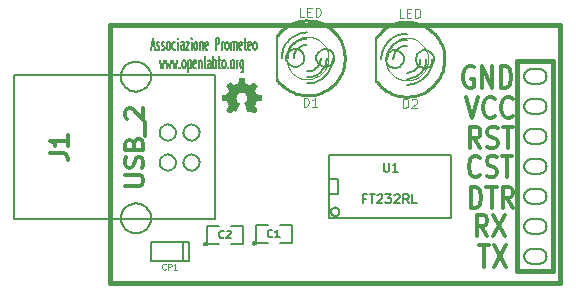
<source format=gto>
G04 (created by PCBNEW-RS274X (2012-jan-04)-stable) date Fri 25 Jan 2013 16:17:33 CET*
G01*
G70*
G90*
%MOIN*%
G04 Gerber Fmt 3.4, Leading zero omitted, Abs format*
%FSLAX34Y34*%
G04 APERTURE LIST*
%ADD10C,0.006000*%
%ADD11C,0.012000*%
%ADD12C,0.005200*%
%ADD13C,0.015000*%
%ADD14C,0.005000*%
%ADD15C,0.008000*%
%ADD16C,0.003000*%
%ADD17C,0.010000*%
%ADD18C,0.000100*%
%ADD19C,0.003500*%
%ADD20C,0.004700*%
G04 APERTURE END LIST*
G54D10*
G54D11*
X65643Y-44797D02*
X65986Y-44797D01*
X65815Y-45507D02*
X65815Y-44797D01*
X66129Y-44797D02*
X66529Y-45507D01*
X66529Y-44797D02*
X66129Y-45507D01*
X65921Y-44487D02*
X65721Y-44149D01*
X65578Y-44487D02*
X65578Y-43777D01*
X65806Y-43777D01*
X65864Y-43811D01*
X65892Y-43845D01*
X65921Y-43913D01*
X65921Y-44014D01*
X65892Y-44082D01*
X65864Y-44115D01*
X65806Y-44149D01*
X65578Y-44149D01*
X66121Y-43777D02*
X66521Y-44487D01*
X66521Y-43777D02*
X66121Y-44487D01*
X65375Y-43571D02*
X65375Y-42850D01*
X65518Y-42850D01*
X65603Y-42885D01*
X65661Y-42953D01*
X65689Y-43022D01*
X65718Y-43159D01*
X65718Y-43262D01*
X65689Y-43400D01*
X65661Y-43468D01*
X65603Y-43537D01*
X65518Y-43571D01*
X65375Y-43571D01*
X65889Y-42850D02*
X66232Y-42850D01*
X66061Y-43571D02*
X66061Y-42850D01*
X66775Y-43571D02*
X66575Y-43228D01*
X66432Y-43571D02*
X66432Y-42850D01*
X66660Y-42850D01*
X66718Y-42885D01*
X66746Y-42919D01*
X66775Y-42988D01*
X66775Y-43091D01*
X66746Y-43159D01*
X66718Y-43194D01*
X66660Y-43228D01*
X66432Y-43228D01*
X65672Y-42460D02*
X65643Y-42494D01*
X65557Y-42527D01*
X65500Y-42527D01*
X65415Y-42494D01*
X65357Y-42426D01*
X65329Y-42358D01*
X65300Y-42223D01*
X65300Y-42122D01*
X65329Y-41986D01*
X65357Y-41919D01*
X65415Y-41851D01*
X65500Y-41817D01*
X65557Y-41817D01*
X65643Y-41851D01*
X65672Y-41885D01*
X65900Y-42494D02*
X65986Y-42527D01*
X66129Y-42527D01*
X66186Y-42494D01*
X66215Y-42460D01*
X66243Y-42392D01*
X66243Y-42325D01*
X66215Y-42257D01*
X66186Y-42223D01*
X66129Y-42189D01*
X66015Y-42155D01*
X65957Y-42122D01*
X65929Y-42088D01*
X65900Y-42020D01*
X65900Y-41953D01*
X65929Y-41885D01*
X65957Y-41851D01*
X66015Y-41817D01*
X66157Y-41817D01*
X66243Y-41851D01*
X66414Y-41817D02*
X66757Y-41817D01*
X66586Y-42527D02*
X66586Y-41817D01*
X65692Y-41567D02*
X65492Y-41229D01*
X65349Y-41567D02*
X65349Y-40857D01*
X65577Y-40857D01*
X65635Y-40891D01*
X65663Y-40925D01*
X65692Y-40993D01*
X65692Y-41094D01*
X65663Y-41162D01*
X65635Y-41195D01*
X65577Y-41229D01*
X65349Y-41229D01*
X65920Y-41534D02*
X66006Y-41567D01*
X66149Y-41567D01*
X66206Y-41534D01*
X66235Y-41500D01*
X66263Y-41432D01*
X66263Y-41365D01*
X66235Y-41297D01*
X66206Y-41263D01*
X66149Y-41229D01*
X66035Y-41195D01*
X65977Y-41162D01*
X65949Y-41128D01*
X65920Y-41060D01*
X65920Y-40993D01*
X65949Y-40925D01*
X65977Y-40891D01*
X66035Y-40857D01*
X66177Y-40857D01*
X66263Y-40891D01*
X66434Y-40857D02*
X66777Y-40857D01*
X66606Y-41567D02*
X66606Y-40857D01*
X65220Y-39857D02*
X65420Y-40567D01*
X65620Y-39857D01*
X66163Y-40500D02*
X66134Y-40534D01*
X66048Y-40567D01*
X65991Y-40567D01*
X65906Y-40534D01*
X65848Y-40466D01*
X65820Y-40398D01*
X65791Y-40263D01*
X65791Y-40162D01*
X65820Y-40026D01*
X65848Y-39959D01*
X65906Y-39891D01*
X65991Y-39857D01*
X66048Y-39857D01*
X66134Y-39891D01*
X66163Y-39925D01*
X66763Y-40500D02*
X66734Y-40534D01*
X66648Y-40567D01*
X66591Y-40567D01*
X66506Y-40534D01*
X66448Y-40466D01*
X66420Y-40398D01*
X66391Y-40263D01*
X66391Y-40162D01*
X66420Y-40026D01*
X66448Y-39959D01*
X66506Y-39891D01*
X66591Y-39857D01*
X66648Y-39857D01*
X66734Y-39891D01*
X66763Y-39925D01*
X65463Y-38865D02*
X65406Y-38830D01*
X65320Y-38830D01*
X65235Y-38865D01*
X65177Y-38933D01*
X65149Y-39002D01*
X65120Y-39139D01*
X65120Y-39242D01*
X65149Y-39380D01*
X65177Y-39448D01*
X65235Y-39517D01*
X65320Y-39551D01*
X65377Y-39551D01*
X65463Y-39517D01*
X65492Y-39483D01*
X65492Y-39242D01*
X65377Y-39242D01*
X65749Y-39551D02*
X65749Y-38830D01*
X66092Y-39551D01*
X66092Y-38830D01*
X66378Y-39551D02*
X66378Y-38830D01*
X66521Y-38830D01*
X66606Y-38865D01*
X66664Y-38933D01*
X66692Y-39002D01*
X66721Y-39139D01*
X66721Y-39242D01*
X66692Y-39380D01*
X66664Y-39448D01*
X66606Y-39517D01*
X66521Y-39551D01*
X66378Y-39551D01*
G54D12*
X54728Y-38168D02*
X54826Y-38168D01*
X54709Y-38284D02*
X54777Y-37878D01*
X54846Y-38284D01*
X54905Y-38265D02*
X54925Y-38284D01*
X54964Y-38284D01*
X54984Y-38265D01*
X54994Y-38226D01*
X54994Y-38207D01*
X54984Y-38168D01*
X54964Y-38149D01*
X54935Y-38149D01*
X54915Y-38130D01*
X54905Y-38091D01*
X54905Y-38072D01*
X54915Y-38033D01*
X54935Y-38014D01*
X54964Y-38014D01*
X54984Y-38033D01*
X55072Y-38265D02*
X55092Y-38284D01*
X55131Y-38284D01*
X55151Y-38265D01*
X55161Y-38226D01*
X55161Y-38207D01*
X55151Y-38168D01*
X55131Y-38149D01*
X55102Y-38149D01*
X55082Y-38130D01*
X55072Y-38091D01*
X55072Y-38072D01*
X55082Y-38033D01*
X55102Y-38014D01*
X55131Y-38014D01*
X55151Y-38033D01*
X55278Y-38284D02*
X55259Y-38265D01*
X55249Y-38246D01*
X55239Y-38207D01*
X55239Y-38091D01*
X55249Y-38052D01*
X55259Y-38033D01*
X55278Y-38014D01*
X55308Y-38014D01*
X55328Y-38033D01*
X55337Y-38052D01*
X55347Y-38091D01*
X55347Y-38207D01*
X55337Y-38246D01*
X55328Y-38265D01*
X55308Y-38284D01*
X55278Y-38284D01*
X55523Y-38265D02*
X55504Y-38284D01*
X55464Y-38284D01*
X55445Y-38265D01*
X55435Y-38246D01*
X55425Y-38207D01*
X55425Y-38091D01*
X55435Y-38052D01*
X55445Y-38033D01*
X55464Y-38014D01*
X55504Y-38014D01*
X55523Y-38033D01*
X55612Y-38284D02*
X55612Y-38014D01*
X55612Y-37878D02*
X55602Y-37898D01*
X55612Y-37917D01*
X55622Y-37898D01*
X55612Y-37878D01*
X55612Y-37917D01*
X55798Y-38284D02*
X55798Y-38072D01*
X55789Y-38033D01*
X55769Y-38014D01*
X55730Y-38014D01*
X55710Y-38033D01*
X55798Y-38265D02*
X55779Y-38284D01*
X55730Y-38284D01*
X55710Y-38265D01*
X55700Y-38226D01*
X55700Y-38188D01*
X55710Y-38149D01*
X55730Y-38130D01*
X55779Y-38130D01*
X55798Y-38110D01*
X55876Y-38014D02*
X55984Y-38014D01*
X55876Y-38284D01*
X55984Y-38284D01*
X56063Y-38284D02*
X56063Y-38014D01*
X56063Y-37878D02*
X56053Y-37898D01*
X56063Y-37917D01*
X56073Y-37898D01*
X56063Y-37878D01*
X56063Y-37917D01*
X56190Y-38284D02*
X56171Y-38265D01*
X56161Y-38246D01*
X56151Y-38207D01*
X56151Y-38091D01*
X56161Y-38052D01*
X56171Y-38033D01*
X56190Y-38014D01*
X56220Y-38014D01*
X56240Y-38033D01*
X56249Y-38052D01*
X56259Y-38091D01*
X56259Y-38207D01*
X56249Y-38246D01*
X56240Y-38265D01*
X56220Y-38284D01*
X56190Y-38284D01*
X56347Y-38014D02*
X56347Y-38284D01*
X56347Y-38052D02*
X56357Y-38033D01*
X56376Y-38014D01*
X56406Y-38014D01*
X56426Y-38033D01*
X56435Y-38072D01*
X56435Y-38284D01*
X56612Y-38265D02*
X56592Y-38284D01*
X56553Y-38284D01*
X56533Y-38265D01*
X56523Y-38226D01*
X56523Y-38072D01*
X56533Y-38033D01*
X56553Y-38014D01*
X56592Y-38014D01*
X56612Y-38033D01*
X56621Y-38072D01*
X56621Y-38110D01*
X56523Y-38149D01*
X56867Y-38284D02*
X56867Y-37878D01*
X56946Y-37878D01*
X56965Y-37898D01*
X56975Y-37917D01*
X56985Y-37956D01*
X56985Y-38014D01*
X56975Y-38052D01*
X56965Y-38072D01*
X56946Y-38091D01*
X56867Y-38091D01*
X57073Y-38284D02*
X57073Y-38014D01*
X57073Y-38091D02*
X57083Y-38052D01*
X57093Y-38033D01*
X57112Y-38014D01*
X57132Y-38014D01*
X57230Y-38284D02*
X57211Y-38265D01*
X57201Y-38246D01*
X57191Y-38207D01*
X57191Y-38091D01*
X57201Y-38052D01*
X57211Y-38033D01*
X57230Y-38014D01*
X57260Y-38014D01*
X57280Y-38033D01*
X57289Y-38052D01*
X57299Y-38091D01*
X57299Y-38207D01*
X57289Y-38246D01*
X57280Y-38265D01*
X57260Y-38284D01*
X57230Y-38284D01*
X57387Y-38284D02*
X57387Y-38014D01*
X57387Y-38052D02*
X57397Y-38033D01*
X57416Y-38014D01*
X57446Y-38014D01*
X57466Y-38033D01*
X57475Y-38072D01*
X57475Y-38284D01*
X57475Y-38072D02*
X57485Y-38033D01*
X57505Y-38014D01*
X57534Y-38014D01*
X57554Y-38033D01*
X57564Y-38072D01*
X57564Y-38284D01*
X57741Y-38265D02*
X57721Y-38284D01*
X57682Y-38284D01*
X57662Y-38265D01*
X57652Y-38226D01*
X57652Y-38072D01*
X57662Y-38033D01*
X57682Y-38014D01*
X57721Y-38014D01*
X57741Y-38033D01*
X57750Y-38072D01*
X57750Y-38110D01*
X57652Y-38149D01*
X57810Y-38014D02*
X57888Y-38014D01*
X57839Y-37878D02*
X57839Y-38226D01*
X57849Y-38265D01*
X57868Y-38284D01*
X57888Y-38284D01*
X58036Y-38265D02*
X58016Y-38284D01*
X57977Y-38284D01*
X57957Y-38265D01*
X57947Y-38226D01*
X57947Y-38072D01*
X57957Y-38033D01*
X57977Y-38014D01*
X58016Y-38014D01*
X58036Y-38033D01*
X58045Y-38072D01*
X58045Y-38110D01*
X57947Y-38149D01*
X58163Y-38284D02*
X58144Y-38265D01*
X58134Y-38246D01*
X58124Y-38207D01*
X58124Y-38091D01*
X58134Y-38052D01*
X58144Y-38033D01*
X58163Y-38014D01*
X58193Y-38014D01*
X58213Y-38033D01*
X58222Y-38052D01*
X58232Y-38091D01*
X58232Y-38207D01*
X58222Y-38246D01*
X58213Y-38265D01*
X58193Y-38284D01*
X58163Y-38284D01*
X54999Y-38634D02*
X55039Y-38904D01*
X55078Y-38711D01*
X55117Y-38904D01*
X55156Y-38634D01*
X55215Y-38634D02*
X55255Y-38904D01*
X55294Y-38711D01*
X55333Y-38904D01*
X55372Y-38634D01*
X55431Y-38634D02*
X55471Y-38904D01*
X55510Y-38711D01*
X55549Y-38904D01*
X55588Y-38634D01*
X55667Y-38866D02*
X55677Y-38885D01*
X55667Y-38904D01*
X55657Y-38885D01*
X55667Y-38866D01*
X55667Y-38904D01*
X55794Y-38904D02*
X55775Y-38885D01*
X55765Y-38866D01*
X55755Y-38827D01*
X55755Y-38711D01*
X55765Y-38672D01*
X55775Y-38653D01*
X55794Y-38634D01*
X55824Y-38634D01*
X55844Y-38653D01*
X55853Y-38672D01*
X55863Y-38711D01*
X55863Y-38827D01*
X55853Y-38866D01*
X55844Y-38885D01*
X55824Y-38904D01*
X55794Y-38904D01*
X55951Y-38634D02*
X55951Y-39040D01*
X55951Y-38653D02*
X55971Y-38634D01*
X56010Y-38634D01*
X56030Y-38653D01*
X56039Y-38672D01*
X56049Y-38711D01*
X56049Y-38827D01*
X56039Y-38866D01*
X56030Y-38885D01*
X56010Y-38904D01*
X55971Y-38904D01*
X55951Y-38885D01*
X56216Y-38885D02*
X56196Y-38904D01*
X56157Y-38904D01*
X56137Y-38885D01*
X56127Y-38846D01*
X56127Y-38692D01*
X56137Y-38653D01*
X56157Y-38634D01*
X56196Y-38634D01*
X56216Y-38653D01*
X56225Y-38692D01*
X56225Y-38730D01*
X56127Y-38769D01*
X56314Y-38634D02*
X56314Y-38904D01*
X56314Y-38672D02*
X56324Y-38653D01*
X56343Y-38634D01*
X56373Y-38634D01*
X56393Y-38653D01*
X56402Y-38692D01*
X56402Y-38904D01*
X56529Y-38904D02*
X56510Y-38885D01*
X56500Y-38846D01*
X56500Y-38498D01*
X56696Y-38904D02*
X56696Y-38692D01*
X56687Y-38653D01*
X56667Y-38634D01*
X56628Y-38634D01*
X56608Y-38653D01*
X56696Y-38885D02*
X56677Y-38904D01*
X56628Y-38904D01*
X56608Y-38885D01*
X56598Y-38846D01*
X56598Y-38808D01*
X56608Y-38769D01*
X56628Y-38750D01*
X56677Y-38750D01*
X56696Y-38730D01*
X56794Y-38904D02*
X56794Y-38498D01*
X56794Y-38653D02*
X56814Y-38634D01*
X56853Y-38634D01*
X56873Y-38653D01*
X56882Y-38672D01*
X56892Y-38711D01*
X56892Y-38827D01*
X56882Y-38866D01*
X56873Y-38885D01*
X56853Y-38904D01*
X56814Y-38904D01*
X56794Y-38885D01*
X56951Y-38634D02*
X57029Y-38634D01*
X56980Y-38498D02*
X56980Y-38846D01*
X56990Y-38885D01*
X57009Y-38904D01*
X57029Y-38904D01*
X57127Y-38904D02*
X57108Y-38885D01*
X57098Y-38866D01*
X57088Y-38827D01*
X57088Y-38711D01*
X57098Y-38672D01*
X57108Y-38653D01*
X57127Y-38634D01*
X57157Y-38634D01*
X57177Y-38653D01*
X57186Y-38672D01*
X57196Y-38711D01*
X57196Y-38827D01*
X57186Y-38866D01*
X57177Y-38885D01*
X57157Y-38904D01*
X57127Y-38904D01*
X57284Y-38866D02*
X57294Y-38885D01*
X57284Y-38904D01*
X57274Y-38885D01*
X57284Y-38866D01*
X57284Y-38904D01*
X57411Y-38904D02*
X57392Y-38885D01*
X57382Y-38866D01*
X57372Y-38827D01*
X57372Y-38711D01*
X57382Y-38672D01*
X57392Y-38653D01*
X57411Y-38634D01*
X57441Y-38634D01*
X57461Y-38653D01*
X57470Y-38672D01*
X57480Y-38711D01*
X57480Y-38827D01*
X57470Y-38866D01*
X57461Y-38885D01*
X57441Y-38904D01*
X57411Y-38904D01*
X57568Y-38904D02*
X57568Y-38634D01*
X57568Y-38711D02*
X57578Y-38672D01*
X57588Y-38653D01*
X57607Y-38634D01*
X57627Y-38634D01*
X57784Y-38634D02*
X57784Y-38962D01*
X57775Y-39001D01*
X57765Y-39020D01*
X57745Y-39040D01*
X57716Y-39040D01*
X57696Y-39020D01*
X57784Y-38885D02*
X57765Y-38904D01*
X57725Y-38904D01*
X57706Y-38885D01*
X57696Y-38866D01*
X57686Y-38827D01*
X57686Y-38711D01*
X57696Y-38672D01*
X57706Y-38653D01*
X57725Y-38634D01*
X57765Y-38634D01*
X57784Y-38653D01*
G54D13*
X53350Y-37475D02*
X53375Y-37475D01*
X53350Y-46050D02*
X53350Y-37475D01*
X68350Y-46050D02*
X53350Y-46050D01*
X68350Y-37450D02*
X68350Y-46050D01*
X53350Y-37450D02*
X68350Y-37450D01*
G54D14*
X50160Y-39140D02*
X50160Y-43940D01*
X50160Y-43940D02*
X56860Y-43940D01*
X56860Y-43940D02*
X56860Y-39140D01*
X56860Y-39140D02*
X50160Y-39140D01*
X60993Y-43679D02*
X60990Y-43706D01*
X60982Y-43732D01*
X60969Y-43757D01*
X60952Y-43778D01*
X60930Y-43795D01*
X60906Y-43808D01*
X60880Y-43817D01*
X60852Y-43819D01*
X60826Y-43817D01*
X60800Y-43809D01*
X60775Y-43796D01*
X60754Y-43779D01*
X60736Y-43758D01*
X60723Y-43734D01*
X60715Y-43708D01*
X60712Y-43680D01*
X60714Y-43654D01*
X60721Y-43628D01*
X60734Y-43603D01*
X60751Y-43582D01*
X60772Y-43564D01*
X60796Y-43550D01*
X60822Y-43542D01*
X60850Y-43539D01*
X60876Y-43541D01*
X60902Y-43548D01*
X60927Y-43560D01*
X60949Y-43577D01*
X60967Y-43598D01*
X60980Y-43622D01*
X60989Y-43648D01*
X60992Y-43676D01*
X60993Y-43679D01*
X60652Y-42579D02*
X60952Y-42579D01*
X60952Y-42579D02*
X60952Y-43079D01*
X60952Y-43079D02*
X60652Y-43079D01*
X64702Y-43879D02*
X60652Y-43879D01*
X60652Y-41779D02*
X64702Y-41779D01*
X60652Y-41779D02*
X60652Y-43879D01*
X64702Y-41779D02*
X64702Y-43879D01*
X58200Y-44725D02*
X58199Y-44734D01*
X58196Y-44744D01*
X58191Y-44752D01*
X58185Y-44760D01*
X58177Y-44766D01*
X58169Y-44771D01*
X58160Y-44773D01*
X58150Y-44774D01*
X58141Y-44774D01*
X58132Y-44771D01*
X58123Y-44766D01*
X58116Y-44760D01*
X58109Y-44753D01*
X58105Y-44744D01*
X58102Y-44735D01*
X58101Y-44725D01*
X58101Y-44716D01*
X58104Y-44707D01*
X58108Y-44698D01*
X58115Y-44691D01*
X58122Y-44684D01*
X58130Y-44680D01*
X58140Y-44677D01*
X58149Y-44676D01*
X58158Y-44676D01*
X58168Y-44679D01*
X58176Y-44683D01*
X58184Y-44689D01*
X58190Y-44697D01*
X58195Y-44705D01*
X58198Y-44714D01*
X58199Y-44724D01*
X58200Y-44725D01*
X58600Y-44725D02*
X58200Y-44725D01*
X58200Y-44725D02*
X58200Y-44125D01*
X58200Y-44125D02*
X58600Y-44125D01*
X59000Y-44125D02*
X59400Y-44125D01*
X59400Y-44125D02*
X59400Y-44725D01*
X59400Y-44725D02*
X59000Y-44725D01*
X56574Y-44757D02*
X56573Y-44766D01*
X56570Y-44776D01*
X56565Y-44784D01*
X56559Y-44792D01*
X56551Y-44798D01*
X56543Y-44803D01*
X56534Y-44805D01*
X56524Y-44806D01*
X56515Y-44806D01*
X56506Y-44803D01*
X56497Y-44798D01*
X56490Y-44792D01*
X56483Y-44785D01*
X56479Y-44776D01*
X56476Y-44767D01*
X56475Y-44757D01*
X56475Y-44748D01*
X56478Y-44739D01*
X56482Y-44730D01*
X56489Y-44723D01*
X56496Y-44716D01*
X56504Y-44712D01*
X56514Y-44709D01*
X56523Y-44708D01*
X56532Y-44708D01*
X56542Y-44711D01*
X56550Y-44715D01*
X56558Y-44721D01*
X56564Y-44729D01*
X56569Y-44737D01*
X56572Y-44746D01*
X56573Y-44756D01*
X56574Y-44757D01*
X56974Y-44757D02*
X56574Y-44757D01*
X56574Y-44757D02*
X56574Y-44157D01*
X56574Y-44157D02*
X56974Y-44157D01*
X57374Y-44157D02*
X57774Y-44157D01*
X57774Y-44157D02*
X57774Y-44757D01*
X57774Y-44757D02*
X57374Y-44757D01*
G54D15*
X58900Y-37805D02*
X58900Y-39305D01*
G54D16*
X60627Y-38555D02*
X60613Y-38692D01*
X60573Y-38824D01*
X60508Y-38946D01*
X60421Y-39053D01*
X60315Y-39141D01*
X60193Y-39206D01*
X60062Y-39247D01*
X59924Y-39261D01*
X59788Y-39249D01*
X59656Y-39210D01*
X59533Y-39146D01*
X59426Y-39060D01*
X59337Y-38954D01*
X59271Y-38833D01*
X59229Y-38701D01*
X59214Y-38564D01*
X59225Y-38428D01*
X59263Y-38295D01*
X59326Y-38173D01*
X59412Y-38064D01*
X59517Y-37975D01*
X59637Y-37908D01*
X59769Y-37865D01*
X59906Y-37849D01*
X60042Y-37859D01*
X60175Y-37896D01*
X60298Y-37959D01*
X60407Y-38044D01*
X60497Y-38148D01*
X60565Y-38268D01*
X60609Y-38399D01*
X60626Y-38536D01*
X60627Y-38555D01*
G54D17*
X58921Y-39305D02*
X58990Y-39389D01*
X59066Y-39467D01*
X59149Y-39538D01*
X59238Y-39602D01*
X59332Y-39657D01*
X59430Y-39704D01*
X59532Y-39743D01*
X59637Y-39772D01*
X59744Y-39792D01*
X59853Y-39803D01*
X59961Y-39804D01*
X60070Y-39795D01*
X60177Y-39778D01*
X60283Y-39751D01*
X60386Y-39714D01*
X60485Y-39669D01*
X60580Y-39616D01*
X60670Y-39554D01*
X60754Y-39485D01*
X60832Y-39409D01*
X60903Y-39326D01*
X60967Y-39237D01*
X61022Y-39143D01*
X61069Y-39045D01*
X61108Y-38943D01*
X61137Y-38838D01*
X61157Y-38731D01*
X61168Y-38622D01*
X61169Y-38514D01*
X61160Y-38405D01*
X61143Y-38298D01*
X61116Y-38192D01*
X61079Y-38089D01*
X61034Y-37990D01*
X60981Y-37895D01*
X60919Y-37805D01*
X60850Y-37721D01*
X60774Y-37643D01*
X60691Y-37572D01*
X60602Y-37508D01*
X60508Y-37453D01*
X60410Y-37406D01*
X60308Y-37367D01*
X60203Y-37338D01*
X60096Y-37318D01*
X59987Y-37307D01*
X59879Y-37306D01*
X59770Y-37315D01*
X59663Y-37332D01*
X59557Y-37359D01*
X59454Y-37396D01*
X59355Y-37441D01*
X59260Y-37494D01*
X59170Y-37556D01*
X59086Y-37625D01*
X59008Y-37701D01*
X58937Y-37784D01*
X58921Y-37805D01*
G54D10*
X59920Y-39005D02*
X59959Y-39003D01*
X59998Y-38998D01*
X60036Y-38989D01*
X60073Y-38977D01*
X60110Y-38962D01*
X60145Y-38944D01*
X60178Y-38923D01*
X60209Y-38899D01*
X60238Y-38873D01*
X60264Y-38844D01*
X60288Y-38813D01*
X60309Y-38779D01*
X60327Y-38745D01*
X60342Y-38708D01*
X60354Y-38671D01*
X60363Y-38633D01*
X60368Y-38594D01*
X60370Y-38555D01*
X59920Y-38105D02*
X59881Y-38107D01*
X59842Y-38112D01*
X59804Y-38121D01*
X59767Y-38133D01*
X59730Y-38148D01*
X59696Y-38166D01*
X59662Y-38187D01*
X59631Y-38211D01*
X59602Y-38237D01*
X59576Y-38266D01*
X59552Y-38297D01*
X59531Y-38331D01*
X59513Y-38365D01*
X59498Y-38402D01*
X59486Y-38439D01*
X59477Y-38477D01*
X59472Y-38516D01*
X59470Y-38555D01*
X59920Y-39205D02*
X59976Y-39202D01*
X60032Y-39195D01*
X60088Y-39182D01*
X60142Y-39165D01*
X60194Y-39144D01*
X60245Y-39117D01*
X60292Y-39087D01*
X60337Y-39052D01*
X60379Y-39014D01*
X60417Y-38972D01*
X60452Y-38927D01*
X60482Y-38879D01*
X60509Y-38829D01*
X60530Y-38777D01*
X60547Y-38723D01*
X60560Y-38667D01*
X60567Y-38611D01*
X60570Y-38555D01*
X59920Y-37905D02*
X59864Y-37908D01*
X59808Y-37915D01*
X59752Y-37928D01*
X59698Y-37945D01*
X59646Y-37966D01*
X59596Y-37993D01*
X59548Y-38023D01*
X59503Y-38058D01*
X59461Y-38096D01*
X59423Y-38138D01*
X59388Y-38183D01*
X59358Y-38231D01*
X59331Y-38281D01*
X59310Y-38333D01*
X59293Y-38387D01*
X59280Y-38443D01*
X59273Y-38499D01*
X59270Y-38555D01*
X59920Y-39405D02*
X59994Y-39401D01*
X60067Y-39392D01*
X60139Y-39376D01*
X60210Y-39353D01*
X60279Y-39325D01*
X60345Y-39291D01*
X60407Y-39251D01*
X60466Y-39206D01*
X60521Y-39156D01*
X60571Y-39101D01*
X60616Y-39042D01*
X60656Y-38979D01*
X60690Y-38914D01*
X60718Y-38845D01*
X60741Y-38774D01*
X60757Y-38702D01*
X60766Y-38629D01*
X60770Y-38555D01*
X59920Y-37705D02*
X59846Y-37709D01*
X59773Y-37718D01*
X59701Y-37734D01*
X59630Y-37757D01*
X59561Y-37785D01*
X59496Y-37819D01*
X59433Y-37859D01*
X59374Y-37904D01*
X59319Y-37954D01*
X59269Y-38009D01*
X59224Y-38068D01*
X59184Y-38131D01*
X59150Y-38196D01*
X59122Y-38265D01*
X59099Y-38336D01*
X59083Y-38408D01*
X59074Y-38481D01*
X59070Y-38555D01*
G54D15*
X62220Y-37845D02*
X62220Y-39345D01*
G54D16*
X63947Y-38595D02*
X63933Y-38732D01*
X63893Y-38864D01*
X63828Y-38986D01*
X63741Y-39093D01*
X63635Y-39181D01*
X63513Y-39246D01*
X63382Y-39287D01*
X63244Y-39301D01*
X63108Y-39289D01*
X62976Y-39250D01*
X62853Y-39186D01*
X62746Y-39100D01*
X62657Y-38994D01*
X62591Y-38873D01*
X62549Y-38741D01*
X62534Y-38604D01*
X62545Y-38468D01*
X62583Y-38335D01*
X62646Y-38213D01*
X62732Y-38104D01*
X62837Y-38015D01*
X62957Y-37948D01*
X63089Y-37905D01*
X63226Y-37889D01*
X63362Y-37899D01*
X63495Y-37936D01*
X63618Y-37999D01*
X63727Y-38084D01*
X63817Y-38188D01*
X63885Y-38308D01*
X63929Y-38439D01*
X63946Y-38576D01*
X63947Y-38595D01*
G54D17*
X62241Y-39345D02*
X62310Y-39429D01*
X62386Y-39507D01*
X62469Y-39578D01*
X62558Y-39642D01*
X62652Y-39697D01*
X62750Y-39744D01*
X62852Y-39783D01*
X62957Y-39812D01*
X63064Y-39832D01*
X63173Y-39843D01*
X63281Y-39844D01*
X63390Y-39835D01*
X63497Y-39818D01*
X63603Y-39791D01*
X63706Y-39754D01*
X63805Y-39709D01*
X63900Y-39656D01*
X63990Y-39594D01*
X64074Y-39525D01*
X64152Y-39449D01*
X64223Y-39366D01*
X64287Y-39277D01*
X64342Y-39183D01*
X64389Y-39085D01*
X64428Y-38983D01*
X64457Y-38878D01*
X64477Y-38771D01*
X64488Y-38662D01*
X64489Y-38554D01*
X64480Y-38445D01*
X64463Y-38338D01*
X64436Y-38232D01*
X64399Y-38129D01*
X64354Y-38030D01*
X64301Y-37935D01*
X64239Y-37845D01*
X64170Y-37761D01*
X64094Y-37683D01*
X64011Y-37612D01*
X63922Y-37548D01*
X63828Y-37493D01*
X63730Y-37446D01*
X63628Y-37407D01*
X63523Y-37378D01*
X63416Y-37358D01*
X63307Y-37347D01*
X63199Y-37346D01*
X63090Y-37355D01*
X62983Y-37372D01*
X62877Y-37399D01*
X62774Y-37436D01*
X62675Y-37481D01*
X62580Y-37534D01*
X62490Y-37596D01*
X62406Y-37665D01*
X62328Y-37741D01*
X62257Y-37824D01*
X62241Y-37845D01*
G54D10*
X63240Y-39045D02*
X63279Y-39043D01*
X63318Y-39038D01*
X63356Y-39029D01*
X63393Y-39017D01*
X63430Y-39002D01*
X63465Y-38984D01*
X63498Y-38963D01*
X63529Y-38939D01*
X63558Y-38913D01*
X63584Y-38884D01*
X63608Y-38853D01*
X63629Y-38819D01*
X63647Y-38785D01*
X63662Y-38748D01*
X63674Y-38711D01*
X63683Y-38673D01*
X63688Y-38634D01*
X63690Y-38595D01*
X63240Y-38145D02*
X63201Y-38147D01*
X63162Y-38152D01*
X63124Y-38161D01*
X63087Y-38173D01*
X63050Y-38188D01*
X63016Y-38206D01*
X62982Y-38227D01*
X62951Y-38251D01*
X62922Y-38277D01*
X62896Y-38306D01*
X62872Y-38337D01*
X62851Y-38371D01*
X62833Y-38405D01*
X62818Y-38442D01*
X62806Y-38479D01*
X62797Y-38517D01*
X62792Y-38556D01*
X62790Y-38595D01*
X63240Y-39245D02*
X63296Y-39242D01*
X63352Y-39235D01*
X63408Y-39222D01*
X63462Y-39205D01*
X63514Y-39184D01*
X63565Y-39157D01*
X63612Y-39127D01*
X63657Y-39092D01*
X63699Y-39054D01*
X63737Y-39012D01*
X63772Y-38967D01*
X63802Y-38919D01*
X63829Y-38869D01*
X63850Y-38817D01*
X63867Y-38763D01*
X63880Y-38707D01*
X63887Y-38651D01*
X63890Y-38595D01*
X63240Y-37945D02*
X63184Y-37948D01*
X63128Y-37955D01*
X63072Y-37968D01*
X63018Y-37985D01*
X62966Y-38006D01*
X62916Y-38033D01*
X62868Y-38063D01*
X62823Y-38098D01*
X62781Y-38136D01*
X62743Y-38178D01*
X62708Y-38223D01*
X62678Y-38271D01*
X62651Y-38321D01*
X62630Y-38373D01*
X62613Y-38427D01*
X62600Y-38483D01*
X62593Y-38539D01*
X62590Y-38595D01*
X63240Y-39445D02*
X63314Y-39441D01*
X63387Y-39432D01*
X63459Y-39416D01*
X63530Y-39393D01*
X63599Y-39365D01*
X63665Y-39331D01*
X63727Y-39291D01*
X63786Y-39246D01*
X63841Y-39196D01*
X63891Y-39141D01*
X63936Y-39082D01*
X63976Y-39019D01*
X64010Y-38954D01*
X64038Y-38885D01*
X64061Y-38814D01*
X64077Y-38742D01*
X64086Y-38669D01*
X64090Y-38595D01*
X63240Y-37745D02*
X63166Y-37749D01*
X63093Y-37758D01*
X63021Y-37774D01*
X62950Y-37797D01*
X62881Y-37825D01*
X62816Y-37859D01*
X62753Y-37899D01*
X62694Y-37944D01*
X62639Y-37994D01*
X62589Y-38049D01*
X62544Y-38108D01*
X62504Y-38171D01*
X62470Y-38236D01*
X62442Y-38305D01*
X62419Y-38376D01*
X62403Y-38448D01*
X62394Y-38521D01*
X62390Y-38595D01*
G54D13*
X68125Y-42165D02*
X68125Y-45665D01*
X68125Y-45665D02*
X66925Y-45665D01*
X66925Y-45665D02*
X66925Y-38665D01*
X66925Y-38665D02*
X68125Y-38665D01*
X68125Y-38665D02*
X68125Y-42165D01*
G54D14*
X55776Y-44700D02*
X55776Y-45340D01*
X55970Y-45340D02*
X55970Y-44700D01*
X55970Y-44700D02*
X54710Y-44700D01*
X54710Y-44700D02*
X54710Y-45340D01*
X54710Y-45340D02*
X55970Y-45340D01*
G54D18*
G36*
X57342Y-40410D02*
X57349Y-40406D01*
X57364Y-40397D01*
X57386Y-40382D01*
X57412Y-40365D01*
X57438Y-40347D01*
X57460Y-40333D01*
X57475Y-40323D01*
X57481Y-40320D01*
X57484Y-40321D01*
X57497Y-40327D01*
X57514Y-40336D01*
X57525Y-40342D01*
X57541Y-40349D01*
X57550Y-40350D01*
X57551Y-40348D01*
X57557Y-40336D01*
X57566Y-40314D01*
X57579Y-40286D01*
X57593Y-40252D01*
X57608Y-40216D01*
X57624Y-40180D01*
X57638Y-40145D01*
X57651Y-40113D01*
X57661Y-40087D01*
X57668Y-40070D01*
X57671Y-40062D01*
X57670Y-40060D01*
X57662Y-40052D01*
X57647Y-40042D01*
X57616Y-40016D01*
X57585Y-39978D01*
X57567Y-39935D01*
X57560Y-39886D01*
X57566Y-39841D01*
X57583Y-39799D01*
X57613Y-39760D01*
X57650Y-39731D01*
X57692Y-39713D01*
X57740Y-39707D01*
X57785Y-39712D01*
X57829Y-39730D01*
X57868Y-39759D01*
X57885Y-39778D01*
X57907Y-39817D01*
X57920Y-39859D01*
X57921Y-39870D01*
X57919Y-39916D01*
X57906Y-39960D01*
X57881Y-39999D01*
X57848Y-40032D01*
X57843Y-40035D01*
X57828Y-40047D01*
X57817Y-40055D01*
X57809Y-40061D01*
X57868Y-40203D01*
X57877Y-40225D01*
X57893Y-40264D01*
X57907Y-40297D01*
X57919Y-40324D01*
X57927Y-40342D01*
X57930Y-40349D01*
X57930Y-40349D01*
X57936Y-40350D01*
X57946Y-40346D01*
X57966Y-40337D01*
X57979Y-40330D01*
X57994Y-40323D01*
X58001Y-40320D01*
X58007Y-40323D01*
X58021Y-40332D01*
X58042Y-40346D01*
X58068Y-40364D01*
X58092Y-40380D01*
X58114Y-40395D01*
X58130Y-40405D01*
X58138Y-40409D01*
X58139Y-40409D01*
X58146Y-40405D01*
X58159Y-40395D01*
X58178Y-40377D01*
X58205Y-40350D01*
X58209Y-40345D01*
X58232Y-40323D01*
X58250Y-40304D01*
X58262Y-40290D01*
X58267Y-40284D01*
X58267Y-40284D01*
X58263Y-40276D01*
X58252Y-40260D01*
X58238Y-40237D01*
X58220Y-40211D01*
X58173Y-40143D01*
X58199Y-40079D01*
X58207Y-40059D01*
X58217Y-40035D01*
X58224Y-40018D01*
X58228Y-40011D01*
X58235Y-40008D01*
X58252Y-40004D01*
X58278Y-39999D01*
X58308Y-39993D01*
X58337Y-39988D01*
X58363Y-39983D01*
X58382Y-39979D01*
X58391Y-39978D01*
X58393Y-39976D01*
X58395Y-39972D01*
X58396Y-39963D01*
X58396Y-39947D01*
X58397Y-39922D01*
X58397Y-39886D01*
X58397Y-39882D01*
X58396Y-39848D01*
X58396Y-39820D01*
X58395Y-39803D01*
X58394Y-39796D01*
X58394Y-39796D01*
X58385Y-39794D01*
X58367Y-39790D01*
X58341Y-39785D01*
X58310Y-39779D01*
X58308Y-39778D01*
X58277Y-39772D01*
X58250Y-39767D01*
X58232Y-39763D01*
X58225Y-39760D01*
X58223Y-39758D01*
X58217Y-39746D01*
X58208Y-39727D01*
X58197Y-39703D01*
X58187Y-39679D01*
X58179Y-39657D01*
X58173Y-39640D01*
X58171Y-39633D01*
X58171Y-39633D01*
X58176Y-39625D01*
X58186Y-39609D01*
X58201Y-39587D01*
X58220Y-39560D01*
X58221Y-39558D01*
X58239Y-39532D01*
X58253Y-39510D01*
X58263Y-39494D01*
X58267Y-39487D01*
X58266Y-39486D01*
X58261Y-39479D01*
X58247Y-39464D01*
X58228Y-39444D01*
X58205Y-39420D01*
X58198Y-39413D01*
X58172Y-39388D01*
X58154Y-39372D01*
X58143Y-39363D01*
X58138Y-39361D01*
X58138Y-39361D01*
X58130Y-39366D01*
X58113Y-39377D01*
X58091Y-39392D01*
X58064Y-39410D01*
X58062Y-39412D01*
X58036Y-39430D01*
X58014Y-39444D01*
X57999Y-39455D01*
X57992Y-39459D01*
X57991Y-39459D01*
X57980Y-39456D01*
X57961Y-39449D01*
X57938Y-39440D01*
X57914Y-39430D01*
X57892Y-39421D01*
X57875Y-39414D01*
X57868Y-39409D01*
X57867Y-39409D01*
X57865Y-39399D01*
X57860Y-39380D01*
X57854Y-39353D01*
X57848Y-39320D01*
X57847Y-39315D01*
X57841Y-39284D01*
X57836Y-39258D01*
X57833Y-39240D01*
X57831Y-39233D01*
X57826Y-39232D01*
X57811Y-39231D01*
X57788Y-39230D01*
X57760Y-39230D01*
X57730Y-39230D01*
X57701Y-39231D01*
X57677Y-39231D01*
X57659Y-39233D01*
X57651Y-39234D01*
X57651Y-39235D01*
X57648Y-39244D01*
X57644Y-39264D01*
X57639Y-39291D01*
X57632Y-39323D01*
X57631Y-39329D01*
X57625Y-39360D01*
X57620Y-39386D01*
X57616Y-39404D01*
X57614Y-39411D01*
X57612Y-39412D01*
X57599Y-39418D01*
X57578Y-39426D01*
X57552Y-39437D01*
X57492Y-39461D01*
X57418Y-39411D01*
X57411Y-39406D01*
X57385Y-39388D01*
X57363Y-39373D01*
X57348Y-39364D01*
X57341Y-39360D01*
X57341Y-39360D01*
X57333Y-39367D01*
X57319Y-39380D01*
X57299Y-39400D01*
X57276Y-39423D01*
X57258Y-39440D01*
X57238Y-39461D01*
X57225Y-39475D01*
X57218Y-39484D01*
X57216Y-39489D01*
X57216Y-39493D01*
X57221Y-39500D01*
X57232Y-39517D01*
X57247Y-39539D01*
X57265Y-39565D01*
X57280Y-39587D01*
X57296Y-39612D01*
X57306Y-39629D01*
X57310Y-39638D01*
X57309Y-39642D01*
X57304Y-39656D01*
X57295Y-39678D01*
X57284Y-39704D01*
X57258Y-39762D01*
X57220Y-39770D01*
X57197Y-39774D01*
X57164Y-39780D01*
X57133Y-39786D01*
X57085Y-39796D01*
X57083Y-39973D01*
X57091Y-39976D01*
X57098Y-39978D01*
X57116Y-39982D01*
X57141Y-39987D01*
X57172Y-39993D01*
X57197Y-39998D01*
X57223Y-40003D01*
X57242Y-40006D01*
X57250Y-40008D01*
X57252Y-40011D01*
X57259Y-40023D01*
X57268Y-40043D01*
X57278Y-40067D01*
X57289Y-40092D01*
X57298Y-40115D01*
X57304Y-40133D01*
X57307Y-40142D01*
X57303Y-40149D01*
X57293Y-40164D01*
X57279Y-40186D01*
X57261Y-40212D01*
X57244Y-40237D01*
X57229Y-40260D01*
X57219Y-40275D01*
X57214Y-40283D01*
X57216Y-40288D01*
X57227Y-40300D01*
X57246Y-40320D01*
X57275Y-40349D01*
X57280Y-40353D01*
X57303Y-40376D01*
X57322Y-40394D01*
X57336Y-40406D01*
X57342Y-40410D01*
X57342Y-40410D01*
G37*
G54D10*
X56330Y-42040D02*
X56324Y-42092D01*
X56309Y-42142D01*
X56284Y-42189D01*
X56251Y-42230D01*
X56210Y-42263D01*
X56164Y-42288D01*
X56114Y-42304D01*
X56061Y-42309D01*
X56010Y-42305D01*
X55959Y-42290D01*
X55913Y-42265D01*
X55872Y-42232D01*
X55838Y-42192D01*
X55812Y-42146D01*
X55796Y-42096D01*
X55791Y-42043D01*
X55795Y-41992D01*
X55809Y-41941D01*
X55834Y-41894D01*
X55866Y-41853D01*
X55906Y-41819D01*
X55952Y-41793D01*
X56003Y-41777D01*
X56055Y-41771D01*
X56106Y-41775D01*
X56157Y-41789D01*
X56204Y-41813D01*
X56246Y-41845D01*
X56280Y-41885D01*
X56306Y-41931D01*
X56323Y-41981D01*
X56329Y-42033D01*
X56330Y-42040D01*
X56330Y-41040D02*
X56324Y-41092D01*
X56309Y-41142D01*
X56284Y-41189D01*
X56251Y-41230D01*
X56210Y-41263D01*
X56164Y-41288D01*
X56114Y-41304D01*
X56061Y-41309D01*
X56010Y-41305D01*
X55959Y-41290D01*
X55913Y-41265D01*
X55872Y-41232D01*
X55838Y-41192D01*
X55812Y-41146D01*
X55796Y-41096D01*
X55791Y-41043D01*
X55795Y-40992D01*
X55809Y-40941D01*
X55834Y-40894D01*
X55866Y-40853D01*
X55906Y-40819D01*
X55952Y-40793D01*
X56003Y-40777D01*
X56055Y-40771D01*
X56106Y-40775D01*
X56157Y-40789D01*
X56204Y-40813D01*
X56246Y-40845D01*
X56280Y-40885D01*
X56306Y-40931D01*
X56323Y-40981D01*
X56329Y-41033D01*
X56330Y-41040D01*
X55543Y-41040D02*
X55537Y-41092D01*
X55522Y-41142D01*
X55497Y-41189D01*
X55464Y-41230D01*
X55423Y-41263D01*
X55377Y-41288D01*
X55327Y-41304D01*
X55274Y-41309D01*
X55223Y-41305D01*
X55172Y-41290D01*
X55126Y-41265D01*
X55085Y-41232D01*
X55051Y-41192D01*
X55025Y-41146D01*
X55009Y-41096D01*
X55004Y-41043D01*
X55008Y-40992D01*
X55022Y-40941D01*
X55047Y-40894D01*
X55079Y-40853D01*
X55119Y-40819D01*
X55165Y-40793D01*
X55216Y-40777D01*
X55268Y-40771D01*
X55319Y-40775D01*
X55370Y-40789D01*
X55417Y-40813D01*
X55459Y-40845D01*
X55493Y-40885D01*
X55519Y-40931D01*
X55536Y-40981D01*
X55542Y-41033D01*
X55543Y-41040D01*
X55543Y-42040D02*
X55537Y-42092D01*
X55522Y-42142D01*
X55497Y-42189D01*
X55464Y-42230D01*
X55423Y-42263D01*
X55377Y-42288D01*
X55327Y-42304D01*
X55274Y-42309D01*
X55223Y-42305D01*
X55172Y-42290D01*
X55126Y-42265D01*
X55085Y-42232D01*
X55051Y-42192D01*
X55025Y-42146D01*
X55009Y-42096D01*
X55004Y-42043D01*
X55008Y-41992D01*
X55022Y-41941D01*
X55047Y-41894D01*
X55079Y-41853D01*
X55119Y-41819D01*
X55165Y-41793D01*
X55216Y-41777D01*
X55268Y-41771D01*
X55319Y-41775D01*
X55370Y-41789D01*
X55417Y-41813D01*
X55459Y-41845D01*
X55493Y-41885D01*
X55519Y-41931D01*
X55536Y-41981D01*
X55542Y-42033D01*
X55543Y-42040D01*
X54711Y-43902D02*
X54701Y-43999D01*
X54673Y-44092D01*
X54627Y-44179D01*
X54565Y-44255D01*
X54490Y-44317D01*
X54404Y-44363D01*
X54310Y-44392D01*
X54213Y-44402D01*
X54117Y-44394D01*
X54023Y-44366D01*
X53936Y-44321D01*
X53860Y-44259D01*
X53797Y-44185D01*
X53750Y-44099D01*
X53720Y-44006D01*
X53710Y-43908D01*
X53718Y-43812D01*
X53745Y-43718D01*
X53789Y-43631D01*
X53850Y-43554D01*
X53925Y-43491D01*
X54010Y-43443D01*
X54103Y-43413D01*
X54200Y-43402D01*
X54296Y-43409D01*
X54391Y-43435D01*
X54478Y-43479D01*
X54555Y-43540D01*
X54619Y-43614D01*
X54667Y-43699D01*
X54698Y-43792D01*
X54710Y-43889D01*
X54711Y-43902D01*
X54711Y-39178D02*
X54701Y-39275D01*
X54673Y-39368D01*
X54627Y-39455D01*
X54565Y-39531D01*
X54490Y-39593D01*
X54404Y-39639D01*
X54310Y-39668D01*
X54213Y-39678D01*
X54117Y-39670D01*
X54023Y-39642D01*
X53936Y-39597D01*
X53860Y-39535D01*
X53797Y-39461D01*
X53750Y-39375D01*
X53720Y-39282D01*
X53710Y-39184D01*
X53718Y-39088D01*
X53745Y-38994D01*
X53789Y-38907D01*
X53850Y-38830D01*
X53925Y-38767D01*
X54010Y-38719D01*
X54103Y-38689D01*
X54200Y-38678D01*
X54296Y-38685D01*
X54391Y-38711D01*
X54478Y-38755D01*
X54555Y-38816D01*
X54619Y-38890D01*
X54667Y-38975D01*
X54698Y-39068D01*
X54710Y-39165D01*
X54711Y-39178D01*
X60820Y-38555D02*
X60814Y-38613D01*
X60797Y-38669D01*
X60769Y-38721D01*
X60732Y-38766D01*
X60687Y-38803D01*
X60636Y-38831D01*
X60580Y-38848D01*
X60522Y-38854D01*
X60464Y-38849D01*
X60408Y-38833D01*
X60356Y-38806D01*
X60311Y-38769D01*
X60273Y-38724D01*
X60245Y-38673D01*
X60227Y-38617D01*
X60221Y-38559D01*
X60225Y-38501D01*
X60242Y-38445D01*
X60268Y-38393D01*
X60305Y-38347D01*
X60349Y-38309D01*
X60400Y-38281D01*
X60456Y-38262D01*
X60514Y-38256D01*
X60572Y-38260D01*
X60628Y-38276D01*
X60680Y-38302D01*
X60726Y-38338D01*
X60765Y-38383D01*
X60794Y-38433D01*
X60812Y-38489D01*
X60819Y-38547D01*
X60820Y-38555D01*
X59820Y-38555D02*
X59814Y-38613D01*
X59797Y-38669D01*
X59769Y-38721D01*
X59732Y-38766D01*
X59687Y-38803D01*
X59636Y-38831D01*
X59580Y-38848D01*
X59522Y-38854D01*
X59464Y-38849D01*
X59408Y-38833D01*
X59356Y-38806D01*
X59311Y-38769D01*
X59273Y-38724D01*
X59245Y-38673D01*
X59227Y-38617D01*
X59221Y-38559D01*
X59225Y-38501D01*
X59242Y-38445D01*
X59268Y-38393D01*
X59305Y-38347D01*
X59349Y-38309D01*
X59400Y-38281D01*
X59456Y-38262D01*
X59514Y-38256D01*
X59572Y-38260D01*
X59628Y-38276D01*
X59680Y-38302D01*
X59726Y-38338D01*
X59765Y-38383D01*
X59794Y-38433D01*
X59812Y-38489D01*
X59819Y-38547D01*
X59820Y-38555D01*
X64140Y-38595D02*
X64134Y-38653D01*
X64117Y-38709D01*
X64089Y-38761D01*
X64052Y-38806D01*
X64007Y-38843D01*
X63956Y-38871D01*
X63900Y-38888D01*
X63842Y-38894D01*
X63784Y-38889D01*
X63728Y-38873D01*
X63676Y-38846D01*
X63631Y-38809D01*
X63593Y-38764D01*
X63565Y-38713D01*
X63547Y-38657D01*
X63541Y-38599D01*
X63545Y-38541D01*
X63562Y-38485D01*
X63588Y-38433D01*
X63625Y-38387D01*
X63669Y-38349D01*
X63720Y-38321D01*
X63776Y-38302D01*
X63834Y-38296D01*
X63892Y-38300D01*
X63948Y-38316D01*
X64000Y-38342D01*
X64046Y-38378D01*
X64085Y-38423D01*
X64114Y-38473D01*
X64132Y-38529D01*
X64139Y-38587D01*
X64140Y-38595D01*
X63140Y-38595D02*
X63134Y-38653D01*
X63117Y-38709D01*
X63089Y-38761D01*
X63052Y-38806D01*
X63007Y-38843D01*
X62956Y-38871D01*
X62900Y-38888D01*
X62842Y-38894D01*
X62784Y-38889D01*
X62728Y-38873D01*
X62676Y-38846D01*
X62631Y-38809D01*
X62593Y-38764D01*
X62565Y-38713D01*
X62547Y-38657D01*
X62541Y-38599D01*
X62545Y-38541D01*
X62562Y-38485D01*
X62588Y-38433D01*
X62625Y-38387D01*
X62669Y-38349D01*
X62720Y-38321D01*
X62776Y-38302D01*
X62834Y-38296D01*
X62892Y-38300D01*
X62948Y-38316D01*
X63000Y-38342D01*
X63046Y-38378D01*
X63085Y-38423D01*
X63114Y-38473D01*
X63132Y-38529D01*
X63139Y-38587D01*
X63140Y-38595D01*
X67650Y-39920D02*
X67400Y-39920D01*
X67650Y-40410D02*
X67400Y-40410D01*
X67400Y-39920D02*
X67379Y-39921D01*
X67358Y-39924D01*
X67337Y-39929D01*
X67317Y-39935D01*
X67297Y-39943D01*
X67278Y-39953D01*
X67260Y-39965D01*
X67243Y-39978D01*
X67227Y-39992D01*
X67213Y-40008D01*
X67200Y-40025D01*
X67188Y-40043D01*
X67178Y-40062D01*
X67170Y-40082D01*
X67164Y-40102D01*
X67159Y-40123D01*
X67156Y-40144D01*
X67155Y-40165D01*
X67156Y-40186D01*
X67159Y-40207D01*
X67164Y-40228D01*
X67170Y-40248D01*
X67178Y-40268D01*
X67188Y-40287D01*
X67200Y-40305D01*
X67213Y-40322D01*
X67227Y-40338D01*
X67243Y-40352D01*
X67260Y-40365D01*
X67278Y-40377D01*
X67297Y-40387D01*
X67317Y-40395D01*
X67337Y-40401D01*
X67358Y-40406D01*
X67379Y-40409D01*
X67400Y-40410D01*
X67650Y-40410D02*
X67671Y-40409D01*
X67692Y-40406D01*
X67713Y-40401D01*
X67733Y-40395D01*
X67753Y-40387D01*
X67772Y-40377D01*
X67790Y-40365D01*
X67807Y-40352D01*
X67823Y-40338D01*
X67837Y-40322D01*
X67850Y-40305D01*
X67862Y-40287D01*
X67872Y-40268D01*
X67880Y-40248D01*
X67886Y-40228D01*
X67891Y-40207D01*
X67894Y-40186D01*
X67895Y-40165D01*
X67894Y-40144D01*
X67891Y-40123D01*
X67886Y-40102D01*
X67880Y-40082D01*
X67872Y-40062D01*
X67862Y-40043D01*
X67850Y-40025D01*
X67837Y-40008D01*
X67823Y-39992D01*
X67807Y-39978D01*
X67790Y-39965D01*
X67772Y-39953D01*
X67753Y-39943D01*
X67733Y-39935D01*
X67713Y-39929D01*
X67692Y-39924D01*
X67671Y-39921D01*
X67650Y-39920D01*
X67650Y-40920D02*
X67400Y-40920D01*
X67650Y-41410D02*
X67400Y-41410D01*
X67400Y-40920D02*
X67379Y-40921D01*
X67358Y-40924D01*
X67337Y-40929D01*
X67317Y-40935D01*
X67297Y-40943D01*
X67278Y-40953D01*
X67260Y-40965D01*
X67243Y-40978D01*
X67227Y-40992D01*
X67213Y-41008D01*
X67200Y-41025D01*
X67188Y-41043D01*
X67178Y-41062D01*
X67170Y-41082D01*
X67164Y-41102D01*
X67159Y-41123D01*
X67156Y-41144D01*
X67155Y-41165D01*
X67156Y-41186D01*
X67159Y-41207D01*
X67164Y-41228D01*
X67170Y-41248D01*
X67178Y-41268D01*
X67188Y-41287D01*
X67200Y-41305D01*
X67213Y-41322D01*
X67227Y-41338D01*
X67243Y-41352D01*
X67260Y-41365D01*
X67278Y-41377D01*
X67297Y-41387D01*
X67317Y-41395D01*
X67337Y-41401D01*
X67358Y-41406D01*
X67379Y-41409D01*
X67400Y-41410D01*
X67650Y-41410D02*
X67671Y-41409D01*
X67692Y-41406D01*
X67713Y-41401D01*
X67733Y-41395D01*
X67753Y-41387D01*
X67772Y-41377D01*
X67790Y-41365D01*
X67807Y-41352D01*
X67823Y-41338D01*
X67837Y-41322D01*
X67850Y-41305D01*
X67862Y-41287D01*
X67872Y-41268D01*
X67880Y-41248D01*
X67886Y-41228D01*
X67891Y-41207D01*
X67894Y-41186D01*
X67895Y-41165D01*
X67894Y-41144D01*
X67891Y-41123D01*
X67886Y-41102D01*
X67880Y-41082D01*
X67872Y-41062D01*
X67862Y-41043D01*
X67850Y-41025D01*
X67837Y-41008D01*
X67823Y-40992D01*
X67807Y-40978D01*
X67790Y-40965D01*
X67772Y-40953D01*
X67753Y-40943D01*
X67733Y-40935D01*
X67713Y-40929D01*
X67692Y-40924D01*
X67671Y-40921D01*
X67650Y-40920D01*
X67650Y-41920D02*
X67400Y-41920D01*
X67650Y-42410D02*
X67400Y-42410D01*
X67400Y-41920D02*
X67379Y-41921D01*
X67358Y-41924D01*
X67337Y-41929D01*
X67317Y-41935D01*
X67297Y-41943D01*
X67278Y-41953D01*
X67260Y-41965D01*
X67243Y-41978D01*
X67227Y-41992D01*
X67213Y-42008D01*
X67200Y-42025D01*
X67188Y-42043D01*
X67178Y-42062D01*
X67170Y-42082D01*
X67164Y-42102D01*
X67159Y-42123D01*
X67156Y-42144D01*
X67155Y-42165D01*
X67156Y-42186D01*
X67159Y-42207D01*
X67164Y-42228D01*
X67170Y-42248D01*
X67178Y-42268D01*
X67188Y-42287D01*
X67200Y-42305D01*
X67213Y-42322D01*
X67227Y-42338D01*
X67243Y-42352D01*
X67260Y-42365D01*
X67278Y-42377D01*
X67297Y-42387D01*
X67317Y-42395D01*
X67337Y-42401D01*
X67358Y-42406D01*
X67379Y-42409D01*
X67400Y-42410D01*
X67650Y-42410D02*
X67671Y-42409D01*
X67692Y-42406D01*
X67713Y-42401D01*
X67733Y-42395D01*
X67753Y-42387D01*
X67772Y-42377D01*
X67790Y-42365D01*
X67807Y-42352D01*
X67823Y-42338D01*
X67837Y-42322D01*
X67850Y-42305D01*
X67862Y-42287D01*
X67872Y-42268D01*
X67880Y-42248D01*
X67886Y-42228D01*
X67891Y-42207D01*
X67894Y-42186D01*
X67895Y-42165D01*
X67894Y-42144D01*
X67891Y-42123D01*
X67886Y-42102D01*
X67880Y-42082D01*
X67872Y-42062D01*
X67862Y-42043D01*
X67850Y-42025D01*
X67837Y-42008D01*
X67823Y-41992D01*
X67807Y-41978D01*
X67790Y-41965D01*
X67772Y-41953D01*
X67753Y-41943D01*
X67733Y-41935D01*
X67713Y-41929D01*
X67692Y-41924D01*
X67671Y-41921D01*
X67650Y-41920D01*
X67650Y-42920D02*
X67400Y-42920D01*
X67650Y-43410D02*
X67400Y-43410D01*
X67400Y-42920D02*
X67379Y-42921D01*
X67358Y-42924D01*
X67337Y-42929D01*
X67317Y-42935D01*
X67297Y-42943D01*
X67278Y-42953D01*
X67260Y-42965D01*
X67243Y-42978D01*
X67227Y-42992D01*
X67213Y-43008D01*
X67200Y-43025D01*
X67188Y-43043D01*
X67178Y-43062D01*
X67170Y-43082D01*
X67164Y-43102D01*
X67159Y-43123D01*
X67156Y-43144D01*
X67155Y-43165D01*
X67156Y-43186D01*
X67159Y-43207D01*
X67164Y-43228D01*
X67170Y-43248D01*
X67178Y-43268D01*
X67188Y-43287D01*
X67200Y-43305D01*
X67213Y-43322D01*
X67227Y-43338D01*
X67243Y-43352D01*
X67260Y-43365D01*
X67278Y-43377D01*
X67297Y-43387D01*
X67317Y-43395D01*
X67337Y-43401D01*
X67358Y-43406D01*
X67379Y-43409D01*
X67400Y-43410D01*
X67650Y-43410D02*
X67671Y-43409D01*
X67692Y-43406D01*
X67713Y-43401D01*
X67733Y-43395D01*
X67753Y-43387D01*
X67772Y-43377D01*
X67790Y-43365D01*
X67807Y-43352D01*
X67823Y-43338D01*
X67837Y-43322D01*
X67850Y-43305D01*
X67862Y-43287D01*
X67872Y-43268D01*
X67880Y-43248D01*
X67886Y-43228D01*
X67891Y-43207D01*
X67894Y-43186D01*
X67895Y-43165D01*
X67894Y-43144D01*
X67891Y-43123D01*
X67886Y-43102D01*
X67880Y-43082D01*
X67872Y-43062D01*
X67862Y-43043D01*
X67850Y-43025D01*
X67837Y-43008D01*
X67823Y-42992D01*
X67807Y-42978D01*
X67790Y-42965D01*
X67772Y-42953D01*
X67753Y-42943D01*
X67733Y-42935D01*
X67713Y-42929D01*
X67692Y-42924D01*
X67671Y-42921D01*
X67650Y-42920D01*
X67650Y-43920D02*
X67400Y-43920D01*
X67650Y-44410D02*
X67400Y-44410D01*
X67400Y-43920D02*
X67379Y-43921D01*
X67358Y-43924D01*
X67337Y-43929D01*
X67317Y-43935D01*
X67297Y-43943D01*
X67278Y-43953D01*
X67260Y-43965D01*
X67243Y-43978D01*
X67227Y-43992D01*
X67213Y-44008D01*
X67200Y-44025D01*
X67188Y-44043D01*
X67178Y-44062D01*
X67170Y-44082D01*
X67164Y-44102D01*
X67159Y-44123D01*
X67156Y-44144D01*
X67155Y-44165D01*
X67156Y-44186D01*
X67159Y-44207D01*
X67164Y-44228D01*
X67170Y-44248D01*
X67178Y-44268D01*
X67188Y-44287D01*
X67200Y-44305D01*
X67213Y-44322D01*
X67227Y-44338D01*
X67243Y-44352D01*
X67260Y-44365D01*
X67278Y-44377D01*
X67297Y-44387D01*
X67317Y-44395D01*
X67337Y-44401D01*
X67358Y-44406D01*
X67379Y-44409D01*
X67400Y-44410D01*
X67650Y-44410D02*
X67671Y-44409D01*
X67692Y-44406D01*
X67713Y-44401D01*
X67733Y-44395D01*
X67753Y-44387D01*
X67772Y-44377D01*
X67790Y-44365D01*
X67807Y-44352D01*
X67823Y-44338D01*
X67837Y-44322D01*
X67850Y-44305D01*
X67862Y-44287D01*
X67872Y-44268D01*
X67880Y-44248D01*
X67886Y-44228D01*
X67891Y-44207D01*
X67894Y-44186D01*
X67895Y-44165D01*
X67894Y-44144D01*
X67891Y-44123D01*
X67886Y-44102D01*
X67880Y-44082D01*
X67872Y-44062D01*
X67862Y-44043D01*
X67850Y-44025D01*
X67837Y-44008D01*
X67823Y-43992D01*
X67807Y-43978D01*
X67790Y-43965D01*
X67772Y-43953D01*
X67753Y-43943D01*
X67733Y-43935D01*
X67713Y-43929D01*
X67692Y-43924D01*
X67671Y-43921D01*
X67650Y-43920D01*
X67650Y-38920D02*
X67400Y-38920D01*
X67650Y-39410D02*
X67400Y-39410D01*
X67400Y-38920D02*
X67379Y-38921D01*
X67358Y-38924D01*
X67337Y-38929D01*
X67317Y-38935D01*
X67297Y-38943D01*
X67278Y-38953D01*
X67260Y-38965D01*
X67243Y-38978D01*
X67227Y-38992D01*
X67213Y-39008D01*
X67200Y-39025D01*
X67188Y-39043D01*
X67178Y-39062D01*
X67170Y-39082D01*
X67164Y-39102D01*
X67159Y-39123D01*
X67156Y-39144D01*
X67155Y-39165D01*
X67156Y-39186D01*
X67159Y-39207D01*
X67164Y-39228D01*
X67170Y-39248D01*
X67178Y-39268D01*
X67188Y-39287D01*
X67200Y-39305D01*
X67213Y-39322D01*
X67227Y-39338D01*
X67243Y-39352D01*
X67260Y-39365D01*
X67278Y-39377D01*
X67297Y-39387D01*
X67317Y-39395D01*
X67337Y-39401D01*
X67358Y-39406D01*
X67379Y-39409D01*
X67400Y-39410D01*
X67650Y-39410D02*
X67671Y-39409D01*
X67692Y-39406D01*
X67713Y-39401D01*
X67733Y-39395D01*
X67753Y-39387D01*
X67772Y-39377D01*
X67790Y-39365D01*
X67807Y-39352D01*
X67823Y-39338D01*
X67837Y-39322D01*
X67850Y-39305D01*
X67862Y-39287D01*
X67872Y-39268D01*
X67880Y-39248D01*
X67886Y-39228D01*
X67891Y-39207D01*
X67894Y-39186D01*
X67895Y-39165D01*
X67894Y-39144D01*
X67891Y-39123D01*
X67886Y-39102D01*
X67880Y-39082D01*
X67872Y-39062D01*
X67862Y-39043D01*
X67850Y-39025D01*
X67837Y-39008D01*
X67823Y-38992D01*
X67807Y-38978D01*
X67790Y-38965D01*
X67772Y-38953D01*
X67753Y-38943D01*
X67733Y-38935D01*
X67713Y-38929D01*
X67692Y-38924D01*
X67671Y-38921D01*
X67650Y-38920D01*
X67650Y-44920D02*
X67400Y-44920D01*
X67650Y-45410D02*
X67400Y-45410D01*
X67400Y-44920D02*
X67379Y-44921D01*
X67358Y-44924D01*
X67337Y-44929D01*
X67317Y-44935D01*
X67297Y-44943D01*
X67278Y-44953D01*
X67260Y-44965D01*
X67243Y-44978D01*
X67227Y-44992D01*
X67213Y-45008D01*
X67200Y-45025D01*
X67188Y-45043D01*
X67178Y-45062D01*
X67170Y-45082D01*
X67164Y-45102D01*
X67159Y-45123D01*
X67156Y-45144D01*
X67155Y-45165D01*
X67156Y-45186D01*
X67159Y-45207D01*
X67164Y-45228D01*
X67170Y-45248D01*
X67178Y-45268D01*
X67188Y-45287D01*
X67200Y-45305D01*
X67213Y-45322D01*
X67227Y-45338D01*
X67243Y-45352D01*
X67260Y-45365D01*
X67278Y-45377D01*
X67297Y-45387D01*
X67317Y-45395D01*
X67337Y-45401D01*
X67358Y-45406D01*
X67379Y-45409D01*
X67400Y-45410D01*
X67650Y-45410D02*
X67671Y-45409D01*
X67692Y-45406D01*
X67713Y-45401D01*
X67733Y-45395D01*
X67753Y-45387D01*
X67772Y-45377D01*
X67790Y-45365D01*
X67807Y-45352D01*
X67823Y-45338D01*
X67837Y-45322D01*
X67850Y-45305D01*
X67862Y-45287D01*
X67872Y-45268D01*
X67880Y-45248D01*
X67886Y-45228D01*
X67891Y-45207D01*
X67894Y-45186D01*
X67895Y-45165D01*
X67894Y-45144D01*
X67891Y-45123D01*
X67886Y-45102D01*
X67880Y-45082D01*
X67872Y-45062D01*
X67862Y-45043D01*
X67850Y-45025D01*
X67837Y-45008D01*
X67823Y-44992D01*
X67807Y-44978D01*
X67790Y-44965D01*
X67772Y-44953D01*
X67753Y-44943D01*
X67733Y-44935D01*
X67713Y-44929D01*
X67692Y-44924D01*
X67671Y-44921D01*
X67650Y-44920D01*
G54D11*
X51353Y-41740D02*
X51781Y-41740D01*
X51867Y-41768D01*
X51924Y-41825D01*
X51953Y-41911D01*
X51953Y-41968D01*
X51953Y-41140D02*
X51953Y-41483D01*
X51953Y-41311D02*
X51353Y-41311D01*
X51439Y-41368D01*
X51496Y-41426D01*
X51524Y-41483D01*
X53853Y-42811D02*
X54339Y-42811D01*
X54396Y-42783D01*
X54424Y-42754D01*
X54453Y-42697D01*
X54453Y-42583D01*
X54424Y-42525D01*
X54396Y-42497D01*
X54339Y-42468D01*
X53853Y-42468D01*
X54424Y-42211D02*
X54453Y-42125D01*
X54453Y-41982D01*
X54424Y-41925D01*
X54396Y-41896D01*
X54339Y-41868D01*
X54281Y-41868D01*
X54224Y-41896D01*
X54196Y-41925D01*
X54167Y-41982D01*
X54139Y-42096D01*
X54110Y-42154D01*
X54081Y-42182D01*
X54024Y-42211D01*
X53967Y-42211D01*
X53910Y-42182D01*
X53881Y-42154D01*
X53853Y-42096D01*
X53853Y-41954D01*
X53881Y-41868D01*
X54139Y-41411D02*
X54167Y-41325D01*
X54196Y-41297D01*
X54253Y-41268D01*
X54339Y-41268D01*
X54396Y-41297D01*
X54424Y-41325D01*
X54453Y-41383D01*
X54453Y-41611D01*
X53853Y-41611D01*
X53853Y-41411D01*
X53881Y-41354D01*
X53910Y-41325D01*
X53967Y-41297D01*
X54024Y-41297D01*
X54081Y-41325D01*
X54110Y-41354D01*
X54139Y-41411D01*
X54139Y-41611D01*
X54510Y-41154D02*
X54510Y-40697D01*
X53910Y-40583D02*
X53881Y-40554D01*
X53853Y-40497D01*
X53853Y-40354D01*
X53881Y-40297D01*
X53910Y-40268D01*
X53967Y-40240D01*
X54024Y-40240D01*
X54110Y-40268D01*
X54453Y-40611D01*
X54453Y-40240D01*
G54D14*
X62473Y-42050D02*
X62473Y-42293D01*
X62488Y-42322D01*
X62502Y-42336D01*
X62531Y-42350D01*
X62588Y-42350D01*
X62616Y-42336D01*
X62631Y-42322D01*
X62645Y-42293D01*
X62645Y-42050D01*
X62945Y-42350D02*
X62773Y-42350D01*
X62859Y-42350D02*
X62859Y-42050D01*
X62830Y-42093D01*
X62802Y-42122D01*
X62773Y-42136D01*
X61880Y-43243D02*
X61780Y-43243D01*
X61780Y-43400D02*
X61780Y-43100D01*
X61923Y-43100D01*
X61995Y-43100D02*
X62166Y-43100D01*
X62080Y-43400D02*
X62080Y-43100D01*
X62252Y-43129D02*
X62266Y-43115D01*
X62295Y-43100D01*
X62366Y-43100D01*
X62395Y-43115D01*
X62409Y-43129D01*
X62424Y-43158D01*
X62424Y-43186D01*
X62409Y-43229D01*
X62238Y-43400D01*
X62424Y-43400D01*
X62524Y-43100D02*
X62710Y-43100D01*
X62610Y-43215D01*
X62652Y-43215D01*
X62681Y-43229D01*
X62695Y-43243D01*
X62710Y-43272D01*
X62710Y-43343D01*
X62695Y-43372D01*
X62681Y-43386D01*
X62652Y-43400D01*
X62567Y-43400D01*
X62538Y-43386D01*
X62524Y-43372D01*
X62824Y-43129D02*
X62838Y-43115D01*
X62867Y-43100D01*
X62938Y-43100D01*
X62967Y-43115D01*
X62981Y-43129D01*
X62996Y-43158D01*
X62996Y-43186D01*
X62981Y-43229D01*
X62810Y-43400D01*
X62996Y-43400D01*
X63296Y-43400D02*
X63196Y-43258D01*
X63124Y-43400D02*
X63124Y-43100D01*
X63239Y-43100D01*
X63267Y-43115D01*
X63282Y-43129D01*
X63296Y-43158D01*
X63296Y-43200D01*
X63282Y-43229D01*
X63267Y-43243D01*
X63239Y-43258D01*
X63124Y-43258D01*
X63567Y-43400D02*
X63424Y-43400D01*
X63424Y-43100D01*
X58758Y-44502D02*
X58746Y-44514D01*
X58711Y-44526D01*
X58687Y-44526D01*
X58651Y-44514D01*
X58627Y-44490D01*
X58616Y-44467D01*
X58604Y-44419D01*
X58604Y-44383D01*
X58616Y-44336D01*
X58627Y-44312D01*
X58651Y-44288D01*
X58687Y-44276D01*
X58711Y-44276D01*
X58746Y-44288D01*
X58758Y-44300D01*
X58996Y-44526D02*
X58854Y-44526D01*
X58925Y-44526D02*
X58925Y-44276D01*
X58901Y-44312D01*
X58877Y-44336D01*
X58854Y-44348D01*
X57132Y-44534D02*
X57120Y-44546D01*
X57085Y-44558D01*
X57061Y-44558D01*
X57025Y-44546D01*
X57001Y-44522D01*
X56990Y-44499D01*
X56978Y-44451D01*
X56978Y-44415D01*
X56990Y-44368D01*
X57001Y-44344D01*
X57025Y-44320D01*
X57061Y-44308D01*
X57085Y-44308D01*
X57120Y-44320D01*
X57132Y-44332D01*
X57228Y-44332D02*
X57240Y-44320D01*
X57263Y-44308D01*
X57323Y-44308D01*
X57347Y-44320D01*
X57359Y-44332D01*
X57370Y-44356D01*
X57370Y-44380D01*
X57359Y-44415D01*
X57216Y-44558D01*
X57370Y-44558D01*
G54D19*
X59798Y-40176D02*
X59798Y-39876D01*
X59870Y-39876D01*
X59913Y-39891D01*
X59941Y-39919D01*
X59956Y-39948D01*
X59970Y-40005D01*
X59970Y-40048D01*
X59956Y-40105D01*
X59941Y-40134D01*
X59913Y-40162D01*
X59870Y-40176D01*
X59798Y-40176D01*
X60256Y-40176D02*
X60084Y-40176D01*
X60170Y-40176D02*
X60170Y-39876D01*
X60141Y-39919D01*
X60113Y-39948D01*
X60084Y-39962D01*
X59827Y-37176D02*
X59684Y-37176D01*
X59684Y-36876D01*
X59927Y-37019D02*
X60027Y-37019D01*
X60070Y-37176D02*
X59927Y-37176D01*
X59927Y-36876D01*
X60070Y-36876D01*
X60198Y-37176D02*
X60198Y-36876D01*
X60270Y-36876D01*
X60313Y-36891D01*
X60341Y-36919D01*
X60356Y-36948D01*
X60370Y-37005D01*
X60370Y-37048D01*
X60356Y-37105D01*
X60341Y-37134D01*
X60313Y-37162D01*
X60270Y-37176D01*
X60198Y-37176D01*
X63118Y-40216D02*
X63118Y-39916D01*
X63190Y-39916D01*
X63233Y-39931D01*
X63261Y-39959D01*
X63276Y-39988D01*
X63290Y-40045D01*
X63290Y-40088D01*
X63276Y-40145D01*
X63261Y-40174D01*
X63233Y-40202D01*
X63190Y-40216D01*
X63118Y-40216D01*
X63404Y-39945D02*
X63418Y-39931D01*
X63447Y-39916D01*
X63518Y-39916D01*
X63547Y-39931D01*
X63561Y-39945D01*
X63576Y-39974D01*
X63576Y-40002D01*
X63561Y-40045D01*
X63390Y-40216D01*
X63576Y-40216D01*
X63147Y-37216D02*
X63004Y-37216D01*
X63004Y-36916D01*
X63247Y-37059D02*
X63347Y-37059D01*
X63390Y-37216D02*
X63247Y-37216D01*
X63247Y-36916D01*
X63390Y-36916D01*
X63518Y-37216D02*
X63518Y-36916D01*
X63590Y-36916D01*
X63633Y-36931D01*
X63661Y-36959D01*
X63676Y-36988D01*
X63690Y-37045D01*
X63690Y-37088D01*
X63676Y-37145D01*
X63661Y-37174D01*
X63633Y-37202D01*
X63590Y-37216D01*
X63518Y-37216D01*
G54D20*
X55198Y-45590D02*
X55189Y-45600D01*
X55161Y-45609D01*
X55142Y-45609D01*
X55114Y-45600D01*
X55095Y-45581D01*
X55086Y-45562D01*
X55077Y-45525D01*
X55077Y-45497D01*
X55086Y-45459D01*
X55095Y-45440D01*
X55114Y-45422D01*
X55142Y-45412D01*
X55161Y-45412D01*
X55189Y-45422D01*
X55198Y-45431D01*
X55283Y-45609D02*
X55283Y-45412D01*
X55358Y-45412D01*
X55377Y-45422D01*
X55386Y-45431D01*
X55395Y-45450D01*
X55395Y-45478D01*
X55386Y-45497D01*
X55377Y-45506D01*
X55358Y-45515D01*
X55283Y-45515D01*
X55583Y-45609D02*
X55471Y-45609D01*
X55527Y-45609D02*
X55527Y-45412D01*
X55508Y-45440D01*
X55489Y-45459D01*
X55471Y-45469D01*
M02*

</source>
